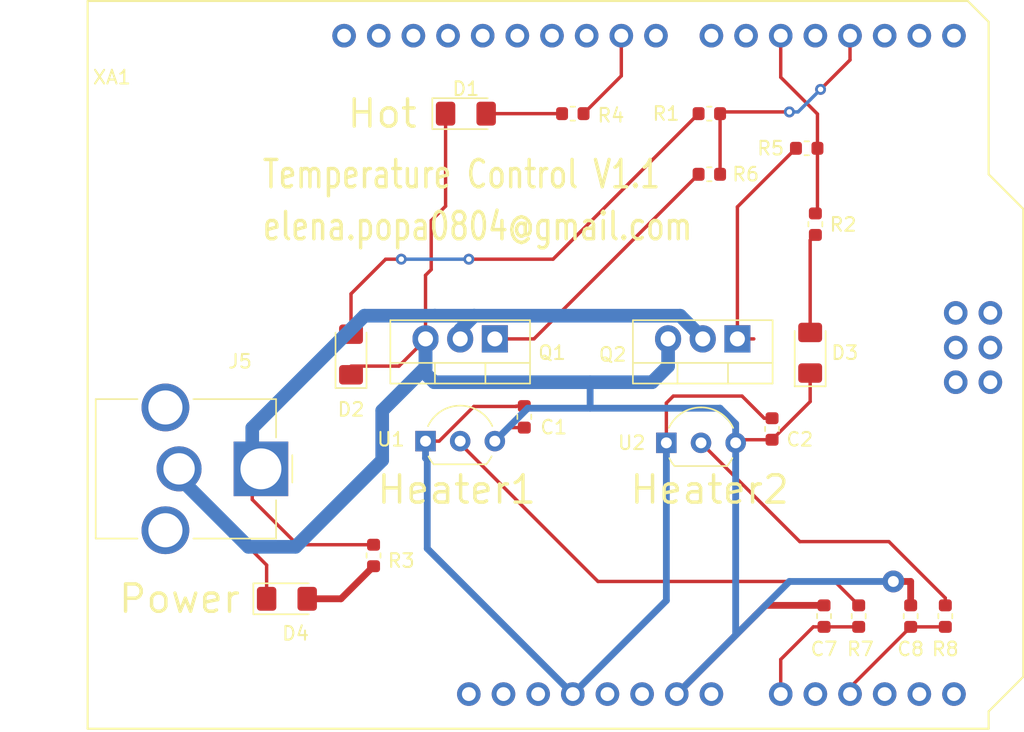
<source format=kicad_pcb>
(kicad_pcb (version 20171130) (host pcbnew "(5.1.2)-2")

  (general
    (thickness 1.6)
    (drawings 6)
    (tracks 133)
    (zones 0)
    (modules 22)
    (nets 47)
  )

  (page A4)
  (layers
    (0 F.Cu signal)
    (31 B.Cu signal)
    (32 B.Adhes user)
    (33 F.Adhes user)
    (34 B.Paste user)
    (35 F.Paste user)
    (36 B.SilkS user)
    (37 F.SilkS user)
    (38 B.Mask user)
    (39 F.Mask user)
    (40 Dwgs.User user)
    (41 Cmts.User user)
    (42 Eco1.User user)
    (43 Eco2.User user)
    (44 Edge.Cuts user)
    (45 Margin user)
    (46 B.CrtYd user)
    (47 F.CrtYd user)
    (48 B.Fab user)
    (49 F.Fab user hide)
  )

  (setup
    (last_trace_width 0.5)
    (user_trace_width 0.5)
    (user_trace_width 1)
    (trace_clearance 0.2)
    (zone_clearance 0.508)
    (zone_45_only no)
    (trace_min 0.2)
    (via_size 0.8)
    (via_drill 0.4)
    (via_min_size 0.4)
    (via_min_drill 0.3)
    (user_via 1.6 0.8)
    (uvia_size 0.3)
    (uvia_drill 0.1)
    (uvias_allowed no)
    (uvia_min_size 0.2)
    (uvia_min_drill 0.1)
    (edge_width 0.05)
    (segment_width 0.2)
    (pcb_text_width 0.3)
    (pcb_text_size 1.5 1.5)
    (mod_edge_width 0.12)
    (mod_text_size 1 1)
    (mod_text_width 0.15)
    (pad_size 1.524 1.524)
    (pad_drill 0.762)
    (pad_to_mask_clearance 0.051)
    (solder_mask_min_width 0.25)
    (aux_axis_origin 0 0)
    (visible_elements 7FFFFFFF)
    (pcbplotparams
      (layerselection 0x010fc_ffffffff)
      (usegerberextensions false)
      (usegerberattributes false)
      (usegerberadvancedattributes false)
      (creategerberjobfile false)
      (excludeedgelayer true)
      (linewidth 0.100000)
      (plotframeref false)
      (viasonmask false)
      (mode 1)
      (useauxorigin false)
      (hpglpennumber 1)
      (hpglpenspeed 20)
      (hpglpendiameter 15.000000)
      (psnegative false)
      (psa4output false)
      (plotreference true)
      (plotvalue true)
      (plotinvisibletext false)
      (padsonsilk false)
      (subtractmaskfromsilk false)
      (outputformat 1)
      (mirror false)
      (drillshape 1)
      (scaleselection 1)
      (outputdirectory ""))
  )

  (net 0 "")
  (net 1 GND)
  (net 2 "Net-(D1-Pad2)")
  (net 3 Vcc)
  (net 4 "Net-(Q1-Pad1)")
  (net 5 "Net-(Q2-Pad1)")
  (net 6 "Net-(XA1-PadRST2)")
  (net 7 "Net-(XA1-PadGND4)")
  (net 8 "Net-(XA1-PadMOSI)")
  (net 9 "Net-(XA1-PadSCK)")
  (net 10 "Net-(XA1-Pad5V2)")
  (net 11 "Net-(XA1-PadVIN)")
  (net 12 "Net-(XA1-PadGND2)")
  (net 13 "Net-(XA1-Pad5V1)")
  (net 14 "Net-(XA1-PadRST1)")
  (net 15 "Net-(XA1-PadIORF)")
  (net 16 "Net-(XA1-PadD0)")
  (net 17 "Net-(XA1-PadD1)")
  (net 18 "Net-(XA1-PadD2)")
  (net 19 "Net-(XA1-PadD4)")
  (net 20 "Net-(XA1-PadD6)")
  (net 21 "Net-(XA1-PadD7)")
  (net 22 "Net-(XA1-PadGND1)")
  (net 23 "Net-(XA1-PadD8)")
  (net 24 "Net-(XA1-PadD10)")
  (net 25 "Net-(XA1-PadSCL)")
  (net 26 "Net-(XA1-PadSDA)")
  (net 27 "Net-(XA1-PadD12)")
  (net 28 "Net-(XA1-PadD11)")
  (net 29 "Net-(XA1-PadA1)")
  (net 30 "Net-(XA1-PadA3)")
  (net 31 "Net-(XA1-PadMISO)")
  (net 32 "Net-(XA1-PadD13)")
  (net 33 "Net-(R4-Pad2)")
  (net 34 "Net-(XA1-PadAREF)")
  (net 35 "Net-(C1-Pad1)")
  (net 36 "Net-(D2-Pad2)")
  (net 37 "Net-(D3-Pad2)")
  (net 38 "Net-(D4-Pad2)")
  (net 39 "Net-(R1-Pad2)")
  (net 40 "Net-(R2-Pad2)")
  (net 41 "Net-(XA1-PadA4)")
  (net 42 "Net-(XA1-PadA5)")
  (net 43 "Net-(C7-Pad2)")
  (net 44 "Net-(C8-Pad1)")
  (net 45 "Net-(R7-Pad2)")
  (net 46 "Net-(R8-Pad1)")

  (net_class Default "This is the default net class."
    (clearance 0.2)
    (trace_width 0.25)
    (via_dia 0.8)
    (via_drill 0.4)
    (uvia_dia 0.3)
    (uvia_drill 0.1)
    (add_net GND)
    (add_net "Net-(C1-Pad1)")
    (add_net "Net-(C7-Pad2)")
    (add_net "Net-(C8-Pad1)")
    (add_net "Net-(D1-Pad2)")
    (add_net "Net-(D2-Pad2)")
    (add_net "Net-(D3-Pad2)")
    (add_net "Net-(D4-Pad2)")
    (add_net "Net-(Q1-Pad1)")
    (add_net "Net-(Q2-Pad1)")
    (add_net "Net-(R1-Pad2)")
    (add_net "Net-(R2-Pad2)")
    (add_net "Net-(R4-Pad2)")
    (add_net "Net-(R7-Pad2)")
    (add_net "Net-(R8-Pad1)")
    (add_net "Net-(XA1-Pad5V1)")
    (add_net "Net-(XA1-Pad5V2)")
    (add_net "Net-(XA1-PadA1)")
    (add_net "Net-(XA1-PadA3)")
    (add_net "Net-(XA1-PadA4)")
    (add_net "Net-(XA1-PadA5)")
    (add_net "Net-(XA1-PadAREF)")
    (add_net "Net-(XA1-PadD0)")
    (add_net "Net-(XA1-PadD1)")
    (add_net "Net-(XA1-PadD10)")
    (add_net "Net-(XA1-PadD11)")
    (add_net "Net-(XA1-PadD12)")
    (add_net "Net-(XA1-PadD13)")
    (add_net "Net-(XA1-PadD2)")
    (add_net "Net-(XA1-PadD4)")
    (add_net "Net-(XA1-PadD6)")
    (add_net "Net-(XA1-PadD7)")
    (add_net "Net-(XA1-PadD8)")
    (add_net "Net-(XA1-PadGND1)")
    (add_net "Net-(XA1-PadGND2)")
    (add_net "Net-(XA1-PadGND4)")
    (add_net "Net-(XA1-PadIORF)")
    (add_net "Net-(XA1-PadMISO)")
    (add_net "Net-(XA1-PadMOSI)")
    (add_net "Net-(XA1-PadRST1)")
    (add_net "Net-(XA1-PadRST2)")
    (add_net "Net-(XA1-PadSCK)")
    (add_net "Net-(XA1-PadSCL)")
    (add_net "Net-(XA1-PadSDA)")
    (add_net "Net-(XA1-PadVIN)")
    (add_net Vcc)
  )

  (module arduino:Arduino_Uno_Shield (layer F.Cu) (tedit 5A8605EC) (tstamp 5F28A57E)
    (at 153.67 60.96)
    (descr https://store.arduino.cc/arduino-uno-rev3)
    (path /5F3026FD)
    (fp_text reference XA1 (at 1.778 -47.752) (layer F.SilkS)
      (effects (font (size 1 1) (thickness 0.15)))
    )
    (fp_text value Arduino_Uno_Shield (at 15.494 -54.356) (layer F.Fab)
      (effects (font (size 1 1) (thickness 0.15)))
    )
    (fp_line (start 9.525 -32.385) (end -6.35 -32.385) (layer B.CrtYd) (width 0.15))
    (fp_line (start 9.525 -43.815) (end -6.35 -43.815) (layer B.CrtYd) (width 0.15))
    (fp_line (start 9.525 -43.815) (end 9.525 -32.385) (layer B.CrtYd) (width 0.15))
    (fp_line (start -6.35 -43.815) (end -6.35 -32.385) (layer B.CrtYd) (width 0.15))
    (fp_line (start 11.43 -12.065) (end 11.43 -3.175) (layer B.CrtYd) (width 0.15))
    (fp_line (start -1.905 -3.175) (end 11.43 -3.175) (layer B.CrtYd) (width 0.15))
    (fp_line (start -1.905 -12.065) (end -1.905 -3.175) (layer B.CrtYd) (width 0.15))
    (fp_line (start -1.905 -12.065) (end 11.43 -12.065) (layer B.CrtYd) (width 0.15))
    (fp_line (start 0 -53.34) (end 0 0) (layer F.SilkS) (width 0.15))
    (fp_line (start 66.04 -40.64) (end 66.04 -51.816) (layer F.SilkS) (width 0.15))
    (fp_line (start 68.58 -38.1) (end 66.04 -40.64) (layer F.SilkS) (width 0.15))
    (fp_line (start 68.58 -3.81) (end 68.58 -38.1) (layer F.SilkS) (width 0.15))
    (fp_line (start 66.04 -1.27) (end 68.58 -3.81) (layer F.SilkS) (width 0.15))
    (fp_line (start 66.04 0) (end 66.04 -1.27) (layer F.SilkS) (width 0.15))
    (fp_line (start 64.516 -53.34) (end 66.04 -51.816) (layer F.SilkS) (width 0.15))
    (fp_line (start 0 0) (end 66.04 0) (layer F.SilkS) (width 0.15))
    (fp_line (start 0 -53.34) (end 64.516 -53.34) (layer F.SilkS) (width 0.15))
    (pad RST2 thru_hole oval (at 63.627 -25.4) (size 1.7272 1.7272) (drill 1.016) (layers *.Cu *.Mask)
      (net 6 "Net-(XA1-PadRST2)"))
    (pad GND4 thru_hole oval (at 66.167 -25.4) (size 1.7272 1.7272) (drill 1.016) (layers *.Cu *.Mask)
      (net 7 "Net-(XA1-PadGND4)"))
    (pad MOSI thru_hole oval (at 66.167 -27.94) (size 1.7272 1.7272) (drill 1.016) (layers *.Cu *.Mask)
      (net 8 "Net-(XA1-PadMOSI)"))
    (pad SCK thru_hole oval (at 63.627 -27.94) (size 1.7272 1.7272) (drill 1.016) (layers *.Cu *.Mask)
      (net 9 "Net-(XA1-PadSCK)"))
    (pad 5V2 thru_hole oval (at 66.167 -30.48) (size 1.7272 1.7272) (drill 1.016) (layers *.Cu *.Mask)
      (net 10 "Net-(XA1-Pad5V2)"))
    (pad A0 thru_hole oval (at 50.8 -2.54) (size 1.7272 1.7272) (drill 1.016) (layers *.Cu *.Mask)
      (net 43 "Net-(C7-Pad2)"))
    (pad VIN thru_hole oval (at 45.72 -2.54) (size 1.7272 1.7272) (drill 1.016) (layers *.Cu *.Mask)
      (net 11 "Net-(XA1-PadVIN)"))
    (pad GND3 thru_hole oval (at 43.18 -2.54) (size 1.7272 1.7272) (drill 1.016) (layers *.Cu *.Mask)
      (net 1 GND))
    (pad GND2 thru_hole oval (at 40.64 -2.54) (size 1.7272 1.7272) (drill 1.016) (layers *.Cu *.Mask)
      (net 12 "Net-(XA1-PadGND2)"))
    (pad 5V1 thru_hole oval (at 38.1 -2.54) (size 1.7272 1.7272) (drill 1.016) (layers *.Cu *.Mask)
      (net 13 "Net-(XA1-Pad5V1)"))
    (pad 3V3 thru_hole oval (at 35.56 -2.54) (size 1.7272 1.7272) (drill 1.016) (layers *.Cu *.Mask)
      (net 35 "Net-(C1-Pad1)"))
    (pad RST1 thru_hole oval (at 33.02 -2.54) (size 1.7272 1.7272) (drill 1.016) (layers *.Cu *.Mask)
      (net 14 "Net-(XA1-PadRST1)"))
    (pad IORF thru_hole oval (at 30.48 -2.54) (size 1.7272 1.7272) (drill 1.016) (layers *.Cu *.Mask)
      (net 15 "Net-(XA1-PadIORF)"))
    (pad D0 thru_hole oval (at 63.5 -50.8) (size 1.7272 1.7272) (drill 1.016) (layers *.Cu *.Mask)
      (net 16 "Net-(XA1-PadD0)"))
    (pad D1 thru_hole oval (at 60.96 -50.8) (size 1.7272 1.7272) (drill 1.016) (layers *.Cu *.Mask)
      (net 17 "Net-(XA1-PadD1)"))
    (pad D2 thru_hole oval (at 58.42 -50.8) (size 1.7272 1.7272) (drill 1.016) (layers *.Cu *.Mask)
      (net 18 "Net-(XA1-PadD2)"))
    (pad D3 thru_hole oval (at 55.88 -50.8) (size 1.7272 1.7272) (drill 1.016) (layers *.Cu *.Mask)
      (net 39 "Net-(R1-Pad2)"))
    (pad D4 thru_hole oval (at 53.34 -50.8) (size 1.7272 1.7272) (drill 1.016) (layers *.Cu *.Mask)
      (net 19 "Net-(XA1-PadD4)"))
    (pad D5 thru_hole oval (at 50.8 -50.8) (size 1.7272 1.7272) (drill 1.016) (layers *.Cu *.Mask)
      (net 40 "Net-(R2-Pad2)"))
    (pad D6 thru_hole oval (at 48.26 -50.8) (size 1.7272 1.7272) (drill 1.016) (layers *.Cu *.Mask)
      (net 20 "Net-(XA1-PadD6)"))
    (pad D7 thru_hole oval (at 45.72 -50.8) (size 1.7272 1.7272) (drill 1.016) (layers *.Cu *.Mask)
      (net 21 "Net-(XA1-PadD7)"))
    (pad GND1 thru_hole oval (at 26.416 -50.8) (size 1.7272 1.7272) (drill 1.016) (layers *.Cu *.Mask)
      (net 22 "Net-(XA1-PadGND1)"))
    (pad D8 thru_hole oval (at 41.656 -50.8) (size 1.7272 1.7272) (drill 1.016) (layers *.Cu *.Mask)
      (net 23 "Net-(XA1-PadD8)"))
    (pad D9 thru_hole oval (at 39.116 -50.8) (size 1.7272 1.7272) (drill 1.016) (layers *.Cu *.Mask)
      (net 33 "Net-(R4-Pad2)"))
    (pad D10 thru_hole oval (at 36.576 -50.8) (size 1.7272 1.7272) (drill 1.016) (layers *.Cu *.Mask)
      (net 24 "Net-(XA1-PadD10)"))
    (pad "" np_thru_hole circle (at 66.04 -7.62) (size 3.2 3.2) (drill 3.2) (layers *.Cu *.Mask))
    (pad "" np_thru_hole circle (at 66.04 -35.56) (size 3.2 3.2) (drill 3.2) (layers *.Cu *.Mask))
    (pad "" np_thru_hole circle (at 15.24 -50.8) (size 3.2 3.2) (drill 3.2) (layers *.Cu *.Mask))
    (pad "" np_thru_hole circle (at 13.97 -2.54) (size 3.2 3.2) (drill 3.2) (layers *.Cu *.Mask))
    (pad SCL thru_hole oval (at 18.796 -50.8) (size 1.7272 1.7272) (drill 1.016) (layers *.Cu *.Mask)
      (net 25 "Net-(XA1-PadSCL)"))
    (pad SDA thru_hole oval (at 21.336 -50.8) (size 1.7272 1.7272) (drill 1.016) (layers *.Cu *.Mask)
      (net 26 "Net-(XA1-PadSDA)"))
    (pad AREF thru_hole oval (at 23.876 -50.8) (size 1.7272 1.7272) (drill 1.016) (layers *.Cu *.Mask)
      (net 34 "Net-(XA1-PadAREF)"))
    (pad D13 thru_hole oval (at 28.956 -50.8) (size 1.7272 1.7272) (drill 1.016) (layers *.Cu *.Mask)
      (net 32 "Net-(XA1-PadD13)"))
    (pad D12 thru_hole oval (at 31.496 -50.8) (size 1.7272 1.7272) (drill 1.016) (layers *.Cu *.Mask)
      (net 27 "Net-(XA1-PadD12)"))
    (pad D11 thru_hole oval (at 34.036 -50.8) (size 1.7272 1.7272) (drill 1.016) (layers *.Cu *.Mask)
      (net 28 "Net-(XA1-PadD11)"))
    (pad "" thru_hole oval (at 27.94 -2.54) (size 1.7272 1.7272) (drill 1.016) (layers *.Cu *.Mask))
    (pad A1 thru_hole oval (at 53.34 -2.54) (size 1.7272 1.7272) (drill 1.016) (layers *.Cu *.Mask)
      (net 29 "Net-(XA1-PadA1)"))
    (pad A2 thru_hole oval (at 55.88 -2.54) (size 1.7272 1.7272) (drill 1.016) (layers *.Cu *.Mask)
      (net 44 "Net-(C8-Pad1)"))
    (pad A3 thru_hole oval (at 58.42 -2.54) (size 1.7272 1.7272) (drill 1.016) (layers *.Cu *.Mask)
      (net 30 "Net-(XA1-PadA3)"))
    (pad A4 thru_hole oval (at 60.96 -2.54) (size 1.7272 1.7272) (drill 1.016) (layers *.Cu *.Mask)
      (net 41 "Net-(XA1-PadA4)"))
    (pad A5 thru_hole oval (at 63.5 -2.54) (size 1.7272 1.7272) (drill 1.016) (layers *.Cu *.Mask)
      (net 42 "Net-(XA1-PadA5)"))
    (pad MISO thru_hole oval (at 63.627 -30.48) (size 1.7272 1.7272) (drill 1.016) (layers *.Cu *.Mask)
      (net 31 "Net-(XA1-PadMISO)"))
  )

  (module Connector_BarrelJack:BarrelJack_CUI_PJ-063AH_Horizontal_CircularHoles (layer F.Cu) (tedit 5B0886B5) (tstamp 5F28A17F)
    (at 166.37 41.91 270)
    (descr "Barrel Jack, 2.0mm ID, 5.5mm OD, 24V, 8A, no switch, https://www.cui.com/product/resource/pj-063ah.pdf")
    (tags "barrel jack cui dc power")
    (path /5F27CC0B)
    (fp_text reference J5 (at -7.874 1.524 180) (layer F.SilkS)
      (effects (font (size 1 1) (thickness 0.15)))
    )
    (fp_text value Barrel_Jack_Switch (at 0 13 90) (layer F.Fab)
      (effects (font (size 1 1) (thickness 0.15)))
    )
    (fp_line (start -5 -1) (end -1 -1) (layer F.Fab) (width 0.1))
    (fp_line (start -1 -1) (end 0 0) (layer F.Fab) (width 0.1))
    (fp_line (start 0 0) (end 1 -1) (layer F.Fab) (width 0.1))
    (fp_line (start 1 -1) (end 5 -1) (layer F.Fab) (width 0.1))
    (fp_line (start 5 -1) (end 5 12) (layer F.Fab) (width 0.1))
    (fp_line (start 5 12) (end -5 12) (layer F.Fab) (width 0.1))
    (fp_line (start -5 12) (end -5 -1) (layer F.Fab) (width 0.1))
    (fp_line (start -5.11 4.95) (end -5.11 -1.11) (layer F.SilkS) (width 0.12))
    (fp_line (start -5.11 -1.11) (end -2.3 -1.11) (layer F.SilkS) (width 0.12))
    (fp_line (start 2.3 -1.11) (end 5.11 -1.11) (layer F.SilkS) (width 0.12))
    (fp_line (start 5.11 -1.11) (end 5.11 4.95) (layer F.SilkS) (width 0.12))
    (fp_line (start 5.11 9.05) (end 5.11 12.11) (layer F.SilkS) (width 0.12))
    (fp_line (start 5.11 12.11) (end -5.11 12.11) (layer F.SilkS) (width 0.12))
    (fp_line (start -5.11 12.11) (end -5.11 9.05) (layer F.SilkS) (width 0.12))
    (fp_line (start -1 -2.3) (end 1 -2.3) (layer F.SilkS) (width 0.12))
    (fp_line (start -6.75 -2.5) (end -6.75 12.5) (layer F.CrtYd) (width 0.05))
    (fp_line (start -6.75 12.5) (end 6.75 12.5) (layer F.CrtYd) (width 0.05))
    (fp_line (start 6.75 12.5) (end 6.75 -2.5) (layer F.CrtYd) (width 0.05))
    (fp_line (start 6.75 -2.5) (end -6.75 -2.5) (layer F.CrtYd) (width 0.05))
    (fp_text user %R (at 0 5.5 90) (layer F.Fab)
      (effects (font (size 1 1) (thickness 0.15)))
    )
    (pad 1 thru_hole rect (at 0 0 270) (size 4 4) (drill 3) (layers *.Cu *.Mask)
      (net 3 Vcc))
    (pad 2 thru_hole circle (at 0 6 270) (size 3.3 3.3) (drill 2.3) (layers *.Cu *.Mask)
      (net 1 GND))
    (pad MP thru_hole circle (at -4.5 7 270) (size 3.5 3.5) (drill 2.5) (layers *.Cu *.Mask))
    (pad MP thru_hole circle (at 4.5 7 270) (size 3.5 3.5) (drill 2.5) (layers *.Cu *.Mask))
    (pad "" np_thru_hole circle (at 0 9 270) (size 1.6 1.6) (drill 1.6) (layers *.Cu *.Mask))
    (model ${KISYS3DMOD}/Connector_BarrelJack.3dshapes/BarrelJack_CUI_PJ-063AH_Horizontal_CircularHoles.wrl
      (at (xyz 0 0 0))
      (scale (xyz 1 1 1))
      (rotate (xyz 0 0 0))
    )
  )

  (module Package_TO_SOT_THT:TO-220-3_Vertical (layer F.Cu) (tedit 5AC8BA0D) (tstamp 5F28A199)
    (at 201.295 32.385 180)
    (descr "TO-220-3, Vertical, RM 2.54mm, see https://www.vishay.com/docs/66542/to-220-1.pdf")
    (tags "TO-220-3 Vertical RM 2.54mm")
    (path /5F2745EE)
    (fp_text reference Q2 (at 9.144 -1.143) (layer F.SilkS)
      (effects (font (size 1 1) (thickness 0.15)))
    )
    (fp_text value TIP41C (at 5.334 2.413) (layer F.Fab)
      (effects (font (size 1 1) (thickness 0.15)))
    )
    (fp_line (start 7.79 -3.4) (end -2.71 -3.4) (layer F.CrtYd) (width 0.05))
    (fp_line (start 7.79 1.51) (end 7.79 -3.4) (layer F.CrtYd) (width 0.05))
    (fp_line (start -2.71 1.51) (end 7.79 1.51) (layer F.CrtYd) (width 0.05))
    (fp_line (start -2.71 -3.4) (end -2.71 1.51) (layer F.CrtYd) (width 0.05))
    (fp_line (start 4.391 -3.27) (end 4.391 -1.76) (layer F.SilkS) (width 0.12))
    (fp_line (start 0.69 -3.27) (end 0.69 -1.76) (layer F.SilkS) (width 0.12))
    (fp_line (start -2.58 -1.76) (end 7.66 -1.76) (layer F.SilkS) (width 0.12))
    (fp_line (start 7.66 -3.27) (end 7.66 1.371) (layer F.SilkS) (width 0.12))
    (fp_line (start -2.58 -3.27) (end -2.58 1.371) (layer F.SilkS) (width 0.12))
    (fp_line (start -2.58 1.371) (end 7.66 1.371) (layer F.SilkS) (width 0.12))
    (fp_line (start -2.58 -3.27) (end 7.66 -3.27) (layer F.SilkS) (width 0.12))
    (fp_line (start 4.39 -3.15) (end 4.39 -1.88) (layer F.Fab) (width 0.1))
    (fp_line (start 0.69 -3.15) (end 0.69 -1.88) (layer F.Fab) (width 0.1))
    (fp_line (start -2.46 -1.88) (end 7.54 -1.88) (layer F.Fab) (width 0.1))
    (fp_line (start 7.54 -3.15) (end -2.46 -3.15) (layer F.Fab) (width 0.1))
    (fp_line (start 7.54 1.25) (end 7.54 -3.15) (layer F.Fab) (width 0.1))
    (fp_line (start -2.46 1.25) (end 7.54 1.25) (layer F.Fab) (width 0.1))
    (fp_line (start -2.46 -3.15) (end -2.46 1.25) (layer F.Fab) (width 0.1))
    (fp_text user %R (at -3.175 2.413) (layer F.Fab)
      (effects (font (size 1 1) (thickness 0.15)))
    )
    (pad 3 thru_hole oval (at 5.08 0 180) (size 1.905 2) (drill 1.1) (layers *.Cu *.Mask)
      (net 1 GND))
    (pad 2 thru_hole oval (at 2.54 0 180) (size 1.905 2) (drill 1.1) (layers *.Cu *.Mask)
      (net 3 Vcc))
    (pad 1 thru_hole rect (at 0 0 180) (size 1.905 2) (drill 1.1) (layers *.Cu *.Mask)
      (net 5 "Net-(Q2-Pad1)"))
    (model ${KISYS3DMOD}/Package_TO_SOT_THT.3dshapes/TO-220-3_Vertical.wrl
      (at (xyz 0 0 0))
      (scale (xyz 1 1 1))
      (rotate (xyz 0 0 0))
    )
  )

  (module Package_TO_SOT_THT:TO-220-3_Vertical (layer F.Cu) (tedit 5AC8BA0D) (tstamp 5F28A1B3)
    (at 183.515 32.385 180)
    (descr "TO-220-3, Vertical, RM 2.54mm, see https://www.vishay.com/docs/66542/to-220-1.pdf")
    (tags "TO-220-3 Vertical RM 2.54mm")
    (path /5F275049)
    (fp_text reference Q1 (at -4.191 -1.016) (layer F.SilkS)
      (effects (font (size 1 1) (thickness 0.15)))
    )
    (fp_text value TIP41C (at 5.08 2.5) (layer F.Fab)
      (effects (font (size 1 1) (thickness 0.15)))
    )
    (fp_line (start -2.46 -3.15) (end -2.46 1.25) (layer F.Fab) (width 0.1))
    (fp_line (start -2.46 1.25) (end 7.54 1.25) (layer F.Fab) (width 0.1))
    (fp_line (start 7.54 1.25) (end 7.54 -3.15) (layer F.Fab) (width 0.1))
    (fp_line (start 7.54 -3.15) (end -2.46 -3.15) (layer F.Fab) (width 0.1))
    (fp_line (start -2.46 -1.88) (end 7.54 -1.88) (layer F.Fab) (width 0.1))
    (fp_line (start 0.69 -3.15) (end 0.69 -1.88) (layer F.Fab) (width 0.1))
    (fp_line (start 4.39 -3.15) (end 4.39 -1.88) (layer F.Fab) (width 0.1))
    (fp_line (start -2.58 -3.27) (end 7.66 -3.27) (layer F.SilkS) (width 0.12))
    (fp_line (start -2.58 1.371) (end 7.66 1.371) (layer F.SilkS) (width 0.12))
    (fp_line (start -2.58 -3.27) (end -2.58 1.371) (layer F.SilkS) (width 0.12))
    (fp_line (start 7.66 -3.27) (end 7.66 1.371) (layer F.SilkS) (width 0.12))
    (fp_line (start -2.58 -1.76) (end 7.66 -1.76) (layer F.SilkS) (width 0.12))
    (fp_line (start 0.69 -3.27) (end 0.69 -1.76) (layer F.SilkS) (width 0.12))
    (fp_line (start 4.391 -3.27) (end 4.391 -1.76) (layer F.SilkS) (width 0.12))
    (fp_line (start -2.71 -3.4) (end -2.71 1.51) (layer F.CrtYd) (width 0.05))
    (fp_line (start -2.71 1.51) (end 7.79 1.51) (layer F.CrtYd) (width 0.05))
    (fp_line (start 7.79 1.51) (end 7.79 -3.4) (layer F.CrtYd) (width 0.05))
    (fp_line (start 7.79 -3.4) (end -2.71 -3.4) (layer F.CrtYd) (width 0.05))
    (fp_text user %R (at 2.54 -4.27) (layer F.Fab)
      (effects (font (size 1 1) (thickness 0.15)))
    )
    (pad 1 thru_hole rect (at 0 0 180) (size 1.905 2) (drill 1.1) (layers *.Cu *.Mask)
      (net 4 "Net-(Q1-Pad1)"))
    (pad 2 thru_hole oval (at 2.54 0 180) (size 1.905 2) (drill 1.1) (layers *.Cu *.Mask)
      (net 3 Vcc))
    (pad 3 thru_hole oval (at 5.08 0 180) (size 1.905 2) (drill 1.1) (layers *.Cu *.Mask)
      (net 1 GND))
    (model ${KISYS3DMOD}/Package_TO_SOT_THT.3dshapes/TO-220-3_Vertical.wrl
      (at (xyz 0 0 0))
      (scale (xyz 1 1 1))
      (rotate (xyz 0 0 0))
    )
  )

  (module Resistor_SMD:R_0603_1608Metric (layer F.Cu) (tedit 5B301BBD) (tstamp 5F28A1C4)
    (at 189.23 15.875)
    (descr "Resistor SMD 0603 (1608 Metric), square (rectangular) end terminal, IPC_7351 nominal, (Body size source: http://www.tortai-tech.com/upload/download/2011102023233369053.pdf), generated with kicad-footprint-generator")
    (tags resistor)
    (path /5F288C2C)
    (attr smd)
    (fp_text reference R4 (at 2.794 0.127) (layer F.SilkS)
      (effects (font (size 1 1) (thickness 0.15)))
    )
    (fp_text value R (at 0 1.43) (layer F.Fab)
      (effects (font (size 1 1) (thickness 0.15)))
    )
    (fp_line (start 1.48 0.73) (end -1.48 0.73) (layer F.CrtYd) (width 0.05))
    (fp_line (start 1.48 -0.73) (end 1.48 0.73) (layer F.CrtYd) (width 0.05))
    (fp_line (start -1.48 -0.73) (end 1.48 -0.73) (layer F.CrtYd) (width 0.05))
    (fp_line (start -1.48 0.73) (end -1.48 -0.73) (layer F.CrtYd) (width 0.05))
    (fp_line (start -0.162779 0.51) (end 0.162779 0.51) (layer F.SilkS) (width 0.12))
    (fp_line (start -0.162779 -0.51) (end 0.162779 -0.51) (layer F.SilkS) (width 0.12))
    (fp_line (start 0.8 0.4) (end -0.8 0.4) (layer F.Fab) (width 0.1))
    (fp_line (start 0.8 -0.4) (end 0.8 0.4) (layer F.Fab) (width 0.1))
    (fp_line (start -0.8 -0.4) (end 0.8 -0.4) (layer F.Fab) (width 0.1))
    (fp_line (start -0.8 0.4) (end -0.8 -0.4) (layer F.Fab) (width 0.1))
    (fp_text user %R (at 0 0) (layer F.Fab)
      (effects (font (size 0.4 0.4) (thickness 0.06)))
    )
    (pad 2 smd roundrect (at 0.7875 0) (size 0.875 0.95) (layers F.Cu F.Paste F.Mask) (roundrect_rratio 0.25)
      (net 33 "Net-(R4-Pad2)"))
    (pad 1 smd roundrect (at -0.7875 0) (size 0.875 0.95) (layers F.Cu F.Paste F.Mask) (roundrect_rratio 0.25)
      (net 2 "Net-(D1-Pad2)"))
    (model ${KISYS3DMOD}/Resistor_SMD.3dshapes/R_0603_1608Metric.wrl
      (at (xyz 0 0 0))
      (scale (xyz 1 1 1))
      (rotate (xyz 0 0 0))
    )
  )

  (module Resistor_SMD:R_0603_1608Metric (layer F.Cu) (tedit 5B301BBD) (tstamp 5F28A1D5)
    (at 206.375 18.415 180)
    (descr "Resistor SMD 0603 (1608 Metric), square (rectangular) end terminal, IPC_7351 nominal, (Body size source: http://www.tortai-tech.com/upload/download/2011102023233369053.pdf), generated with kicad-footprint-generator")
    (tags resistor)
    (path /5F287B3F)
    (attr smd)
    (fp_text reference R5 (at 2.6415 0) (layer F.SilkS)
      (effects (font (size 1 1) (thickness 0.15)))
    )
    (fp_text value R (at 0 1.43) (layer F.Fab)
      (effects (font (size 1 1) (thickness 0.15)))
    )
    (fp_line (start -0.8 0.4) (end -0.8 -0.4) (layer F.Fab) (width 0.1))
    (fp_line (start -0.8 -0.4) (end 0.8 -0.4) (layer F.Fab) (width 0.1))
    (fp_line (start 0.8 -0.4) (end 0.8 0.4) (layer F.Fab) (width 0.1))
    (fp_line (start 0.8 0.4) (end -0.8 0.4) (layer F.Fab) (width 0.1))
    (fp_line (start -0.162779 -0.51) (end 0.162779 -0.51) (layer F.SilkS) (width 0.12))
    (fp_line (start -0.162779 0.51) (end 0.162779 0.51) (layer F.SilkS) (width 0.12))
    (fp_line (start -1.48 0.73) (end -1.48 -0.73) (layer F.CrtYd) (width 0.05))
    (fp_line (start -1.48 -0.73) (end 1.48 -0.73) (layer F.CrtYd) (width 0.05))
    (fp_line (start 1.48 -0.73) (end 1.48 0.73) (layer F.CrtYd) (width 0.05))
    (fp_line (start 1.48 0.73) (end -1.48 0.73) (layer F.CrtYd) (width 0.05))
    (fp_text user %R (at 0 0) (layer F.Fab)
      (effects (font (size 0.4 0.4) (thickness 0.06)))
    )
    (pad 1 smd roundrect (at -0.7875 0 180) (size 0.875 0.95) (layers F.Cu F.Paste F.Mask) (roundrect_rratio 0.25)
      (net 40 "Net-(R2-Pad2)"))
    (pad 2 smd roundrect (at 0.7875 0 180) (size 0.875 0.95) (layers F.Cu F.Paste F.Mask) (roundrect_rratio 0.25)
      (net 5 "Net-(Q2-Pad1)"))
    (model ${KISYS3DMOD}/Resistor_SMD.3dshapes/R_0603_1608Metric.wrl
      (at (xyz 0 0 0))
      (scale (xyz 1 1 1))
      (rotate (xyz 0 0 0))
    )
  )

  (module Resistor_SMD:R_0603_1608Metric (layer F.Cu) (tedit 5B301BBD) (tstamp 5F28A1E6)
    (at 199.2375 20.32)
    (descr "Resistor SMD 0603 (1608 Metric), square (rectangular) end terminal, IPC_7351 nominal, (Body size source: http://www.tortai-tech.com/upload/download/2011102023233369053.pdf), generated with kicad-footprint-generator")
    (tags resistor)
    (path /5F288F1F)
    (attr smd)
    (fp_text reference R6 (at 2.667 0) (layer F.SilkS)
      (effects (font (size 1 1) (thickness 0.15)))
    )
    (fp_text value R (at 0.635 1.905) (layer F.Fab)
      (effects (font (size 1 1) (thickness 0.15)))
    )
    (fp_line (start -0.8 0.4) (end -0.8 -0.4) (layer F.Fab) (width 0.1))
    (fp_line (start -0.8 -0.4) (end 0.8 -0.4) (layer F.Fab) (width 0.1))
    (fp_line (start 0.8 -0.4) (end 0.8 0.4) (layer F.Fab) (width 0.1))
    (fp_line (start 0.8 0.4) (end -0.8 0.4) (layer F.Fab) (width 0.1))
    (fp_line (start -0.162779 -0.51) (end 0.162779 -0.51) (layer F.SilkS) (width 0.12))
    (fp_line (start -0.162779 0.51) (end 0.162779 0.51) (layer F.SilkS) (width 0.12))
    (fp_line (start -1.48 0.73) (end -1.48 -0.73) (layer F.CrtYd) (width 0.05))
    (fp_line (start -1.48 -0.73) (end 1.48 -0.73) (layer F.CrtYd) (width 0.05))
    (fp_line (start 1.48 -0.73) (end 1.48 0.73) (layer F.CrtYd) (width 0.05))
    (fp_line (start 1.48 0.73) (end -1.48 0.73) (layer F.CrtYd) (width 0.05))
    (fp_text user %R (at 0 0) (layer F.Fab)
      (effects (font (size 0.4 0.4) (thickness 0.06)))
    )
    (pad 1 smd roundrect (at -0.7875 0) (size 0.875 0.95) (layers F.Cu F.Paste F.Mask) (roundrect_rratio 0.25)
      (net 4 "Net-(Q1-Pad1)"))
    (pad 2 smd roundrect (at 0.7875 0) (size 0.875 0.95) (layers F.Cu F.Paste F.Mask) (roundrect_rratio 0.25)
      (net 39 "Net-(R1-Pad2)"))
    (model ${KISYS3DMOD}/Resistor_SMD.3dshapes/R_0603_1608Metric.wrl
      (at (xyz 0 0 0))
      (scale (xyz 1 1 1))
      (rotate (xyz 0 0 0))
    )
  )

  (module Capacitor_SMD:C_0603_1608Metric (layer F.Cu) (tedit 5B301BBE) (tstamp 5F2BC5E9)
    (at 203.835 38.989 270)
    (descr "Capacitor SMD 0603 (1608 Metric), square (rectangular) end terminal, IPC_7351 nominal, (Body size source: http://www.tortai-tech.com/upload/download/2011102023233369053.pdf), generated with kicad-footprint-generator")
    (tags capacitor)
    (path /5F3BC5FB)
    (attr smd)
    (fp_text reference C2 (at 0.762 -2.032) (layer F.SilkS)
      (effects (font (size 1 1) (thickness 0.15)))
    )
    (fp_text value C (at 0 1.43 90) (layer F.Fab)
      (effects (font (size 1 1) (thickness 0.15)))
    )
    (fp_line (start -0.8 0.4) (end -0.8 -0.4) (layer F.Fab) (width 0.1))
    (fp_line (start -0.8 -0.4) (end 0.8 -0.4) (layer F.Fab) (width 0.1))
    (fp_line (start 0.8 -0.4) (end 0.8 0.4) (layer F.Fab) (width 0.1))
    (fp_line (start 0.8 0.4) (end -0.8 0.4) (layer F.Fab) (width 0.1))
    (fp_line (start -0.162779 -0.51) (end 0.162779 -0.51) (layer F.SilkS) (width 0.12))
    (fp_line (start -0.162779 0.51) (end 0.162779 0.51) (layer F.SilkS) (width 0.12))
    (fp_line (start -1.48 0.73) (end -1.48 -0.73) (layer F.CrtYd) (width 0.05))
    (fp_line (start -1.48 -0.73) (end 1.48 -0.73) (layer F.CrtYd) (width 0.05))
    (fp_line (start 1.48 -0.73) (end 1.48 0.73) (layer F.CrtYd) (width 0.05))
    (fp_line (start 1.48 0.73) (end -1.48 0.73) (layer F.CrtYd) (width 0.05))
    (fp_text user %R (at 0 0 90) (layer F.Fab)
      (effects (font (size 0.4 0.4) (thickness 0.06)))
    )
    (pad 1 smd roundrect (at -0.7875 0 270) (size 0.875 0.95) (layers F.Cu F.Paste F.Mask) (roundrect_rratio 0.25)
      (net 35 "Net-(C1-Pad1)"))
    (pad 2 smd roundrect (at 0.7875 0 270) (size 0.875 0.95) (layers F.Cu F.Paste F.Mask) (roundrect_rratio 0.25)
      (net 1 GND))
    (model ${KISYS3DMOD}/Capacitor_SMD.3dshapes/C_0603_1608Metric.wrl
      (at (xyz 0 0 0))
      (scale (xyz 1 1 1))
      (rotate (xyz 0 0 0))
    )
  )

  (module Capacitor_SMD:C_0603_1608Metric (layer F.Cu) (tedit 5B301BBE) (tstamp 5F2BC5FA)
    (at 185.674 38.1 270)
    (descr "Capacitor SMD 0603 (1608 Metric), square (rectangular) end terminal, IPC_7351 nominal, (Body size source: http://www.tortai-tech.com/upload/download/2011102023233369053.pdf), generated with kicad-footprint-generator")
    (tags capacitor)
    (path /5F3BDC76)
    (attr smd)
    (fp_text reference C1 (at 0.762 -2.159) (layer F.SilkS)
      (effects (font (size 1 1) (thickness 0.15)))
    )
    (fp_text value C (at 0 1.43 90) (layer F.Fab)
      (effects (font (size 1 1) (thickness 0.15)))
    )
    (fp_line (start 1.48 0.73) (end -1.48 0.73) (layer F.CrtYd) (width 0.05))
    (fp_line (start 1.48 -0.73) (end 1.48 0.73) (layer F.CrtYd) (width 0.05))
    (fp_line (start -1.48 -0.73) (end 1.48 -0.73) (layer F.CrtYd) (width 0.05))
    (fp_line (start -1.48 0.73) (end -1.48 -0.73) (layer F.CrtYd) (width 0.05))
    (fp_line (start -0.162779 0.51) (end 0.162779 0.51) (layer F.SilkS) (width 0.12))
    (fp_line (start -0.162779 -0.51) (end 0.162779 -0.51) (layer F.SilkS) (width 0.12))
    (fp_line (start 0.8 0.4) (end -0.8 0.4) (layer F.Fab) (width 0.1))
    (fp_line (start 0.8 -0.4) (end 0.8 0.4) (layer F.Fab) (width 0.1))
    (fp_line (start -0.8 -0.4) (end 0.8 -0.4) (layer F.Fab) (width 0.1))
    (fp_line (start -0.8 0.4) (end -0.8 -0.4) (layer F.Fab) (width 0.1))
    (fp_text user %R (at 0 0 90) (layer F.Fab)
      (effects (font (size 0.4 0.4) (thickness 0.06)))
    )
    (pad 2 smd roundrect (at 0.7875 0 270) (size 0.875 0.95) (layers F.Cu F.Paste F.Mask) (roundrect_rratio 0.25)
      (net 1 GND))
    (pad 1 smd roundrect (at -0.7875 0 270) (size 0.875 0.95) (layers F.Cu F.Paste F.Mask) (roundrect_rratio 0.25)
      (net 35 "Net-(C1-Pad1)"))
    (model ${KISYS3DMOD}/Capacitor_SMD.3dshapes/C_0603_1608Metric.wrl
      (at (xyz 0 0 0))
      (scale (xyz 1 1 1))
      (rotate (xyz 0 0 0))
    )
  )

  (module Capacitor_SMD:C_0603_1608Metric (layer F.Cu) (tedit 5B301BBE) (tstamp 5F2BC60B)
    (at 213.995 52.705 90)
    (descr "Capacitor SMD 0603 (1608 Metric), square (rectangular) end terminal, IPC_7351 nominal, (Body size source: http://www.tortai-tech.com/upload/download/2011102023233369053.pdf), generated with kicad-footprint-generator")
    (tags capacitor)
    (path /5F3CDB12)
    (attr smd)
    (fp_text reference C8 (at -2.413 0) (layer F.SilkS)
      (effects (font (size 1 1) (thickness 0.15)))
    )
    (fp_text value C (at 0 1.43 90) (layer F.Fab)
      (effects (font (size 1 1) (thickness 0.15)))
    )
    (fp_line (start 1.48 0.73) (end -1.48 0.73) (layer F.CrtYd) (width 0.05))
    (fp_line (start 1.48 -0.73) (end 1.48 0.73) (layer F.CrtYd) (width 0.05))
    (fp_line (start -1.48 -0.73) (end 1.48 -0.73) (layer F.CrtYd) (width 0.05))
    (fp_line (start -1.48 0.73) (end -1.48 -0.73) (layer F.CrtYd) (width 0.05))
    (fp_line (start -0.162779 0.51) (end 0.162779 0.51) (layer F.SilkS) (width 0.12))
    (fp_line (start -0.162779 -0.51) (end 0.162779 -0.51) (layer F.SilkS) (width 0.12))
    (fp_line (start 0.8 0.4) (end -0.8 0.4) (layer F.Fab) (width 0.1))
    (fp_line (start 0.8 -0.4) (end 0.8 0.4) (layer F.Fab) (width 0.1))
    (fp_line (start -0.8 -0.4) (end 0.8 -0.4) (layer F.Fab) (width 0.1))
    (fp_line (start -0.8 0.4) (end -0.8 -0.4) (layer F.Fab) (width 0.1))
    (fp_text user %R (at 0 0 90) (layer F.Fab)
      (effects (font (size 0.4 0.4) (thickness 0.06)))
    )
    (pad 2 smd roundrect (at 0.7875 0 90) (size 0.875 0.95) (layers F.Cu F.Paste F.Mask) (roundrect_rratio 0.25)
      (net 1 GND))
    (pad 1 smd roundrect (at -0.7875 0 90) (size 0.875 0.95) (layers F.Cu F.Paste F.Mask) (roundrect_rratio 0.25)
      (net 44 "Net-(C8-Pad1)"))
    (model ${KISYS3DMOD}/Capacitor_SMD.3dshapes/C_0603_1608Metric.wrl
      (at (xyz 0 0 0))
      (scale (xyz 1 1 1))
      (rotate (xyz 0 0 0))
    )
  )

  (module Capacitor_SMD:C_0603_1608Metric (layer F.Cu) (tedit 5B301BBE) (tstamp 5F2BC61C)
    (at 207.645 52.705 270)
    (descr "Capacitor SMD 0603 (1608 Metric), square (rectangular) end terminal, IPC_7351 nominal, (Body size source: http://www.tortai-tech.com/upload/download/2011102023233369053.pdf), generated with kicad-footprint-generator")
    (tags capacitor)
    (path /5F3CD5D1)
    (attr smd)
    (fp_text reference C7 (at 2.413 0 180) (layer F.SilkS)
      (effects (font (size 1 1) (thickness 0.15)))
    )
    (fp_text value C (at 0 1.43 90) (layer F.Fab)
      (effects (font (size 1 1) (thickness 0.15)))
    )
    (fp_line (start -0.8 0.4) (end -0.8 -0.4) (layer F.Fab) (width 0.1))
    (fp_line (start -0.8 -0.4) (end 0.8 -0.4) (layer F.Fab) (width 0.1))
    (fp_line (start 0.8 -0.4) (end 0.8 0.4) (layer F.Fab) (width 0.1))
    (fp_line (start 0.8 0.4) (end -0.8 0.4) (layer F.Fab) (width 0.1))
    (fp_line (start -0.162779 -0.51) (end 0.162779 -0.51) (layer F.SilkS) (width 0.12))
    (fp_line (start -0.162779 0.51) (end 0.162779 0.51) (layer F.SilkS) (width 0.12))
    (fp_line (start -1.48 0.73) (end -1.48 -0.73) (layer F.CrtYd) (width 0.05))
    (fp_line (start -1.48 -0.73) (end 1.48 -0.73) (layer F.CrtYd) (width 0.05))
    (fp_line (start 1.48 -0.73) (end 1.48 0.73) (layer F.CrtYd) (width 0.05))
    (fp_line (start 1.48 0.73) (end -1.48 0.73) (layer F.CrtYd) (width 0.05))
    (fp_text user %R (at 0 0 90) (layer F.Fab)
      (effects (font (size 0.4 0.4) (thickness 0.06)))
    )
    (pad 1 smd roundrect (at -0.7875 0 270) (size 0.875 0.95) (layers F.Cu F.Paste F.Mask) (roundrect_rratio 0.25)
      (net 1 GND))
    (pad 2 smd roundrect (at 0.7875 0 270) (size 0.875 0.95) (layers F.Cu F.Paste F.Mask) (roundrect_rratio 0.25)
      (net 43 "Net-(C7-Pad2)"))
    (model ${KISYS3DMOD}/Capacitor_SMD.3dshapes/C_0603_1608Metric.wrl
      (at (xyz 0 0 0))
      (scale (xyz 1 1 1))
      (rotate (xyz 0 0 0))
    )
  )

  (module Resistor_SMD:R_0603_1608Metric (layer F.Cu) (tedit 5B301BBD) (tstamp 5F2BC62D)
    (at 216.535 52.705 270)
    (descr "Resistor SMD 0603 (1608 Metric), square (rectangular) end terminal, IPC_7351 nominal, (Body size source: http://www.tortai-tech.com/upload/download/2011102023233369053.pdf), generated with kicad-footprint-generator")
    (tags resistor)
    (path /5F3B97FC)
    (attr smd)
    (fp_text reference R8 (at 2.413 0) (layer F.SilkS)
      (effects (font (size 1 1) (thickness 0.15)))
    )
    (fp_text value R (at 0 1.43 90) (layer F.Fab)
      (effects (font (size 1 1) (thickness 0.15)))
    )
    (fp_line (start -0.8 0.4) (end -0.8 -0.4) (layer F.Fab) (width 0.1))
    (fp_line (start -0.8 -0.4) (end 0.8 -0.4) (layer F.Fab) (width 0.1))
    (fp_line (start 0.8 -0.4) (end 0.8 0.4) (layer F.Fab) (width 0.1))
    (fp_line (start 0.8 0.4) (end -0.8 0.4) (layer F.Fab) (width 0.1))
    (fp_line (start -0.162779 -0.51) (end 0.162779 -0.51) (layer F.SilkS) (width 0.12))
    (fp_line (start -0.162779 0.51) (end 0.162779 0.51) (layer F.SilkS) (width 0.12))
    (fp_line (start -1.48 0.73) (end -1.48 -0.73) (layer F.CrtYd) (width 0.05))
    (fp_line (start -1.48 -0.73) (end 1.48 -0.73) (layer F.CrtYd) (width 0.05))
    (fp_line (start 1.48 -0.73) (end 1.48 0.73) (layer F.CrtYd) (width 0.05))
    (fp_line (start 1.48 0.73) (end -1.48 0.73) (layer F.CrtYd) (width 0.05))
    (fp_text user %R (at 0 0 90) (layer F.Fab)
      (effects (font (size 0.4 0.4) (thickness 0.06)))
    )
    (pad 1 smd roundrect (at -0.7875 0 270) (size 0.875 0.95) (layers F.Cu F.Paste F.Mask) (roundrect_rratio 0.25)
      (net 46 "Net-(R8-Pad1)"))
    (pad 2 smd roundrect (at 0.7875 0 270) (size 0.875 0.95) (layers F.Cu F.Paste F.Mask) (roundrect_rratio 0.25)
      (net 44 "Net-(C8-Pad1)"))
    (model ${KISYS3DMOD}/Resistor_SMD.3dshapes/R_0603_1608Metric.wrl
      (at (xyz 0 0 0))
      (scale (xyz 1 1 1))
      (rotate (xyz 0 0 0))
    )
  )

  (module Resistor_SMD:R_0603_1608Metric (layer F.Cu) (tedit 5B301BBD) (tstamp 5F2BC63E)
    (at 210.185 52.705 90)
    (descr "Resistor SMD 0603 (1608 Metric), square (rectangular) end terminal, IPC_7351 nominal, (Body size source: http://www.tortai-tech.com/upload/download/2011102023233369053.pdf), generated with kicad-footprint-generator")
    (tags resistor)
    (path /5F3B9E15)
    (attr smd)
    (fp_text reference R7 (at -2.413 0.127 180) (layer F.SilkS)
      (effects (font (size 1 1) (thickness 0.15)))
    )
    (fp_text value R (at 0 1.43 90) (layer F.Fab)
      (effects (font (size 1 1) (thickness 0.15)))
    )
    (fp_line (start 1.48 0.73) (end -1.48 0.73) (layer F.CrtYd) (width 0.05))
    (fp_line (start 1.48 -0.73) (end 1.48 0.73) (layer F.CrtYd) (width 0.05))
    (fp_line (start -1.48 -0.73) (end 1.48 -0.73) (layer F.CrtYd) (width 0.05))
    (fp_line (start -1.48 0.73) (end -1.48 -0.73) (layer F.CrtYd) (width 0.05))
    (fp_line (start -0.162779 0.51) (end 0.162779 0.51) (layer F.SilkS) (width 0.12))
    (fp_line (start -0.162779 -0.51) (end 0.162779 -0.51) (layer F.SilkS) (width 0.12))
    (fp_line (start 0.8 0.4) (end -0.8 0.4) (layer F.Fab) (width 0.1))
    (fp_line (start 0.8 -0.4) (end 0.8 0.4) (layer F.Fab) (width 0.1))
    (fp_line (start -0.8 -0.4) (end 0.8 -0.4) (layer F.Fab) (width 0.1))
    (fp_line (start -0.8 0.4) (end -0.8 -0.4) (layer F.Fab) (width 0.1))
    (fp_text user %R (at 0 0 90) (layer F.Fab)
      (effects (font (size 0.4 0.4) (thickness 0.06)))
    )
    (pad 2 smd roundrect (at 0.7875 0 90) (size 0.875 0.95) (layers F.Cu F.Paste F.Mask) (roundrect_rratio 0.25)
      (net 45 "Net-(R7-Pad2)"))
    (pad 1 smd roundrect (at -0.7875 0 90) (size 0.875 0.95) (layers F.Cu F.Paste F.Mask) (roundrect_rratio 0.25)
      (net 43 "Net-(C7-Pad2)"))
    (model ${KISYS3DMOD}/Resistor_SMD.3dshapes/R_0603_1608Metric.wrl
      (at (xyz 0 0 0))
      (scale (xyz 1 1 1))
      (rotate (xyz 0 0 0))
    )
  )

  (module Diode_SMD:D_1206_3216Metric_Pad1.42x1.75mm_HandSolder (layer F.Cu) (tedit 5B4B45C8) (tstamp 5F2C7C66)
    (at 172.974 33.528 90)
    (descr "Diode SMD 1206 (3216 Metric), square (rectangular) end terminal, IPC_7351 nominal, (Body size source: http://www.tortai-tech.com/upload/download/2011102023233369053.pdf), generated with kicad-footprint-generator")
    (tags "diode handsolder")
    (path /5F2D3A3C)
    (attr smd)
    (fp_text reference D2 (at -4.0275 0 180) (layer F.SilkS)
      (effects (font (size 1 1) (thickness 0.15)))
    )
    (fp_text value LED (at 0 1.82 90) (layer F.Fab)
      (effects (font (size 1 1) (thickness 0.15)))
    )
    (fp_line (start 2.45 1.12) (end -2.45 1.12) (layer F.CrtYd) (width 0.05))
    (fp_line (start 2.45 -1.12) (end 2.45 1.12) (layer F.CrtYd) (width 0.05))
    (fp_line (start -2.45 -1.12) (end 2.45 -1.12) (layer F.CrtYd) (width 0.05))
    (fp_line (start -2.45 1.12) (end -2.45 -1.12) (layer F.CrtYd) (width 0.05))
    (fp_line (start -2.46 1.135) (end 1.6 1.135) (layer F.SilkS) (width 0.12))
    (fp_line (start -2.46 -1.135) (end -2.46 1.135) (layer F.SilkS) (width 0.12))
    (fp_line (start 1.6 -1.135) (end -2.46 -1.135) (layer F.SilkS) (width 0.12))
    (fp_line (start 1.6 0.8) (end 1.6 -0.8) (layer F.Fab) (width 0.1))
    (fp_line (start -1.6 0.8) (end 1.6 0.8) (layer F.Fab) (width 0.1))
    (fp_line (start -1.6 -0.4) (end -1.6 0.8) (layer F.Fab) (width 0.1))
    (fp_line (start -1.2 -0.8) (end -1.6 -0.4) (layer F.Fab) (width 0.1))
    (fp_line (start 1.6 -0.8) (end -1.2 -0.8) (layer F.Fab) (width 0.1))
    (fp_text user %R (at 0 0 90) (layer F.Fab)
      (effects (font (size 0.8 0.8) (thickness 0.12)))
    )
    (pad 1 smd roundrect (at -1.4875 0 90) (size 1.425 1.75) (layers F.Cu F.Paste F.Mask) (roundrect_rratio 0.175439)
      (net 1 GND))
    (pad 2 smd roundrect (at 1.4875 0 90) (size 1.425 1.75) (layers F.Cu F.Paste F.Mask) (roundrect_rratio 0.175439)
      (net 36 "Net-(D2-Pad2)"))
    (model ${KISYS3DMOD}/Diode_SMD.3dshapes/D_1206_3216Metric.wrl
      (at (xyz 0 0 0))
      (scale (xyz 1 1 1))
      (rotate (xyz 0 0 0))
    )
  )

  (module Diode_SMD:D_1206_3216Metric_Pad1.42x1.75mm_HandSolder (layer F.Cu) (tedit 5B4B45C8) (tstamp 5F2C7C79)
    (at 206.629 33.401 90)
    (descr "Diode SMD 1206 (3216 Metric), square (rectangular) end terminal, IPC_7351 nominal, (Body size source: http://www.tortai-tech.com/upload/download/2011102023233369053.pdf), generated with kicad-footprint-generator")
    (tags "diode handsolder")
    (path /5F2FF438)
    (attr smd)
    (fp_text reference D3 (at 0 2.54 180) (layer F.SilkS)
      (effects (font (size 1 1) (thickness 0.15)))
    )
    (fp_text value LED (at 0 1.82 90) (layer F.Fab)
      (effects (font (size 1 1) (thickness 0.15)))
    )
    (fp_text user %R (at 0 0 90) (layer F.Fab)
      (effects (font (size 0.8 0.8) (thickness 0.12)))
    )
    (fp_line (start 1.6 -0.8) (end -1.2 -0.8) (layer F.Fab) (width 0.1))
    (fp_line (start -1.2 -0.8) (end -1.6 -0.4) (layer F.Fab) (width 0.1))
    (fp_line (start -1.6 -0.4) (end -1.6 0.8) (layer F.Fab) (width 0.1))
    (fp_line (start -1.6 0.8) (end 1.6 0.8) (layer F.Fab) (width 0.1))
    (fp_line (start 1.6 0.8) (end 1.6 -0.8) (layer F.Fab) (width 0.1))
    (fp_line (start 1.6 -1.135) (end -2.46 -1.135) (layer F.SilkS) (width 0.12))
    (fp_line (start -2.46 -1.135) (end -2.46 1.135) (layer F.SilkS) (width 0.12))
    (fp_line (start -2.46 1.135) (end 1.6 1.135) (layer F.SilkS) (width 0.12))
    (fp_line (start -2.45 1.12) (end -2.45 -1.12) (layer F.CrtYd) (width 0.05))
    (fp_line (start -2.45 -1.12) (end 2.45 -1.12) (layer F.CrtYd) (width 0.05))
    (fp_line (start 2.45 -1.12) (end 2.45 1.12) (layer F.CrtYd) (width 0.05))
    (fp_line (start 2.45 1.12) (end -2.45 1.12) (layer F.CrtYd) (width 0.05))
    (pad 2 smd roundrect (at 1.4875 0 90) (size 1.425 1.75) (layers F.Cu F.Paste F.Mask) (roundrect_rratio 0.175439)
      (net 37 "Net-(D3-Pad2)"))
    (pad 1 smd roundrect (at -1.4875 0 90) (size 1.425 1.75) (layers F.Cu F.Paste F.Mask) (roundrect_rratio 0.175439)
      (net 1 GND))
    (model ${KISYS3DMOD}/Diode_SMD.3dshapes/D_1206_3216Metric.wrl
      (at (xyz 0 0 0))
      (scale (xyz 1 1 1))
      (rotate (xyz 0 0 0))
    )
  )

  (module Diode_SMD:D_1206_3216Metric_Pad1.42x1.75mm_HandSolder (layer F.Cu) (tedit 5B4B45C8) (tstamp 5F2C7C8C)
    (at 168.275 51.435)
    (descr "Diode SMD 1206 (3216 Metric), square (rectangular) end terminal, IPC_7351 nominal, (Body size source: http://www.tortai-tech.com/upload/download/2011102023233369053.pdf), generated with kicad-footprint-generator")
    (tags "diode handsolder")
    (path /5F305F85)
    (attr smd)
    (fp_text reference D4 (at 0.635 2.54) (layer F.SilkS)
      (effects (font (size 1 1) (thickness 0.15)))
    )
    (fp_text value LED (at 0 1.82) (layer F.Fab)
      (effects (font (size 1 1) (thickness 0.15)))
    )
    (fp_line (start 2.45 1.12) (end -2.45 1.12) (layer F.CrtYd) (width 0.05))
    (fp_line (start 2.45 -1.12) (end 2.45 1.12) (layer F.CrtYd) (width 0.05))
    (fp_line (start -2.45 -1.12) (end 2.45 -1.12) (layer F.CrtYd) (width 0.05))
    (fp_line (start -2.45 1.12) (end -2.45 -1.12) (layer F.CrtYd) (width 0.05))
    (fp_line (start -2.46 1.135) (end 1.6 1.135) (layer F.SilkS) (width 0.12))
    (fp_line (start -2.46 -1.135) (end -2.46 1.135) (layer F.SilkS) (width 0.12))
    (fp_line (start 1.6 -1.135) (end -2.46 -1.135) (layer F.SilkS) (width 0.12))
    (fp_line (start 1.6 0.8) (end 1.6 -0.8) (layer F.Fab) (width 0.1))
    (fp_line (start -1.6 0.8) (end 1.6 0.8) (layer F.Fab) (width 0.1))
    (fp_line (start -1.6 -0.4) (end -1.6 0.8) (layer F.Fab) (width 0.1))
    (fp_line (start -1.2 -0.8) (end -1.6 -0.4) (layer F.Fab) (width 0.1))
    (fp_line (start 1.6 -0.8) (end -1.2 -0.8) (layer F.Fab) (width 0.1))
    (fp_text user %R (at 0 0) (layer F.Fab)
      (effects (font (size 0.8 0.8) (thickness 0.12)))
    )
    (pad 1 smd roundrect (at -1.4875 0) (size 1.425 1.75) (layers F.Cu F.Paste F.Mask) (roundrect_rratio 0.175439)
      (net 1 GND))
    (pad 2 smd roundrect (at 1.4875 0) (size 1.425 1.75) (layers F.Cu F.Paste F.Mask) (roundrect_rratio 0.175439)
      (net 38 "Net-(D4-Pad2)"))
    (model ${KISYS3DMOD}/Diode_SMD.3dshapes/D_1206_3216Metric.wrl
      (at (xyz 0 0 0))
      (scale (xyz 1 1 1))
      (rotate (xyz 0 0 0))
    )
  )

  (module Resistor_SMD:R_0603_1608Metric (layer F.Cu) (tedit 5B301BBD) (tstamp 5F2C7C9D)
    (at 199.2375 15.875)
    (descr "Resistor SMD 0603 (1608 Metric), square (rectangular) end terminal, IPC_7351 nominal, (Body size source: http://www.tortai-tech.com/upload/download/2011102023233369053.pdf), generated with kicad-footprint-generator")
    (tags resistor)
    (path /5F2D3A36)
    (attr smd)
    (fp_text reference R1 (at -3.175 0) (layer F.SilkS)
      (effects (font (size 1 1) (thickness 0.15)))
    )
    (fp_text value R (at 0 1.43) (layer F.Fab)
      (effects (font (size 1 1) (thickness 0.15)))
    )
    (fp_line (start 1.48 0.73) (end -1.48 0.73) (layer F.CrtYd) (width 0.05))
    (fp_line (start 1.48 -0.73) (end 1.48 0.73) (layer F.CrtYd) (width 0.05))
    (fp_line (start -1.48 -0.73) (end 1.48 -0.73) (layer F.CrtYd) (width 0.05))
    (fp_line (start -1.48 0.73) (end -1.48 -0.73) (layer F.CrtYd) (width 0.05))
    (fp_line (start -0.162779 0.51) (end 0.162779 0.51) (layer F.SilkS) (width 0.12))
    (fp_line (start -0.162779 -0.51) (end 0.162779 -0.51) (layer F.SilkS) (width 0.12))
    (fp_line (start 0.8 0.4) (end -0.8 0.4) (layer F.Fab) (width 0.1))
    (fp_line (start 0.8 -0.4) (end 0.8 0.4) (layer F.Fab) (width 0.1))
    (fp_line (start -0.8 -0.4) (end 0.8 -0.4) (layer F.Fab) (width 0.1))
    (fp_line (start -0.8 0.4) (end -0.8 -0.4) (layer F.Fab) (width 0.1))
    (fp_text user %R (at 0 0) (layer F.Fab)
      (effects (font (size 0.4 0.4) (thickness 0.06)))
    )
    (pad 1 smd roundrect (at -0.7875 0) (size 0.875 0.95) (layers F.Cu F.Paste F.Mask) (roundrect_rratio 0.25)
      (net 36 "Net-(D2-Pad2)"))
    (pad 2 smd roundrect (at 0.7875 0) (size 0.875 0.95) (layers F.Cu F.Paste F.Mask) (roundrect_rratio 0.25)
      (net 39 "Net-(R1-Pad2)"))
    (model ${KISYS3DMOD}/Resistor_SMD.3dshapes/R_0603_1608Metric.wrl
      (at (xyz 0 0 0))
      (scale (xyz 1 1 1))
      (rotate (xyz 0 0 0))
    )
  )

  (module Resistor_SMD:R_0603_1608Metric (layer F.Cu) (tedit 5B301BBD) (tstamp 5F2C7CAE)
    (at 207.01 23.9775 90)
    (descr "Resistor SMD 0603 (1608 Metric), square (rectangular) end terminal, IPC_7351 nominal, (Body size source: http://www.tortai-tech.com/upload/download/2011102023233369053.pdf), generated with kicad-footprint-generator")
    (tags resistor)
    (path /5F2FF432)
    (attr smd)
    (fp_text reference R2 (at -0.0255 2.032 180) (layer F.SilkS)
      (effects (font (size 1 1) (thickness 0.15)))
    )
    (fp_text value R (at 0 1.43 90) (layer F.Fab)
      (effects (font (size 1 1) (thickness 0.15)))
    )
    (fp_text user %R (at 0 0 90) (layer F.Fab)
      (effects (font (size 0.4 0.4) (thickness 0.06)))
    )
    (fp_line (start -0.8 0.4) (end -0.8 -0.4) (layer F.Fab) (width 0.1))
    (fp_line (start -0.8 -0.4) (end 0.8 -0.4) (layer F.Fab) (width 0.1))
    (fp_line (start 0.8 -0.4) (end 0.8 0.4) (layer F.Fab) (width 0.1))
    (fp_line (start 0.8 0.4) (end -0.8 0.4) (layer F.Fab) (width 0.1))
    (fp_line (start -0.162779 -0.51) (end 0.162779 -0.51) (layer F.SilkS) (width 0.12))
    (fp_line (start -0.162779 0.51) (end 0.162779 0.51) (layer F.SilkS) (width 0.12))
    (fp_line (start -1.48 0.73) (end -1.48 -0.73) (layer F.CrtYd) (width 0.05))
    (fp_line (start -1.48 -0.73) (end 1.48 -0.73) (layer F.CrtYd) (width 0.05))
    (fp_line (start 1.48 -0.73) (end 1.48 0.73) (layer F.CrtYd) (width 0.05))
    (fp_line (start 1.48 0.73) (end -1.48 0.73) (layer F.CrtYd) (width 0.05))
    (pad 2 smd roundrect (at 0.7875 0 90) (size 0.875 0.95) (layers F.Cu F.Paste F.Mask) (roundrect_rratio 0.25)
      (net 40 "Net-(R2-Pad2)"))
    (pad 1 smd roundrect (at -0.7875 0 90) (size 0.875 0.95) (layers F.Cu F.Paste F.Mask) (roundrect_rratio 0.25)
      (net 37 "Net-(D3-Pad2)"))
    (model ${KISYS3DMOD}/Resistor_SMD.3dshapes/R_0603_1608Metric.wrl
      (at (xyz 0 0 0))
      (scale (xyz 1 1 1))
      (rotate (xyz 0 0 0))
    )
  )

  (module Resistor_SMD:R_0603_1608Metric (layer F.Cu) (tedit 5B301BBD) (tstamp 5F2C7CBF)
    (at 174.625 48.26 90)
    (descr "Resistor SMD 0603 (1608 Metric), square (rectangular) end terminal, IPC_7351 nominal, (Body size source: http://www.tortai-tech.com/upload/download/2011102023233369053.pdf), generated with kicad-footprint-generator")
    (tags resistor)
    (path /5F305F7F)
    (attr smd)
    (fp_text reference R3 (at -0.381 2.032 180) (layer F.SilkS)
      (effects (font (size 1 1) (thickness 0.15)))
    )
    (fp_text value R (at 0 1.43 90) (layer F.Fab)
      (effects (font (size 1 1) (thickness 0.15)))
    )
    (fp_line (start 1.48 0.73) (end -1.48 0.73) (layer F.CrtYd) (width 0.05))
    (fp_line (start 1.48 -0.73) (end 1.48 0.73) (layer F.CrtYd) (width 0.05))
    (fp_line (start -1.48 -0.73) (end 1.48 -0.73) (layer F.CrtYd) (width 0.05))
    (fp_line (start -1.48 0.73) (end -1.48 -0.73) (layer F.CrtYd) (width 0.05))
    (fp_line (start -0.162779 0.51) (end 0.162779 0.51) (layer F.SilkS) (width 0.12))
    (fp_line (start -0.162779 -0.51) (end 0.162779 -0.51) (layer F.SilkS) (width 0.12))
    (fp_line (start 0.8 0.4) (end -0.8 0.4) (layer F.Fab) (width 0.1))
    (fp_line (start 0.8 -0.4) (end 0.8 0.4) (layer F.Fab) (width 0.1))
    (fp_line (start -0.8 -0.4) (end 0.8 -0.4) (layer F.Fab) (width 0.1))
    (fp_line (start -0.8 0.4) (end -0.8 -0.4) (layer F.Fab) (width 0.1))
    (fp_text user %R (at 0 0 90) (layer F.Fab)
      (effects (font (size 0.4 0.4) (thickness 0.06)))
    )
    (pad 1 smd roundrect (at -0.7875 0 90) (size 0.875 0.95) (layers F.Cu F.Paste F.Mask) (roundrect_rratio 0.25)
      (net 38 "Net-(D4-Pad2)"))
    (pad 2 smd roundrect (at 0.7875 0 90) (size 0.875 0.95) (layers F.Cu F.Paste F.Mask) (roundrect_rratio 0.25)
      (net 3 Vcc))
    (model ${KISYS3DMOD}/Resistor_SMD.3dshapes/R_0603_1608Metric.wrl
      (at (xyz 0 0 0))
      (scale (xyz 1 1 1))
      (rotate (xyz 0 0 0))
    )
  )

  (module Diode_SMD:D_1206_3216Metric_Pad1.42x1.75mm_HandSolder (layer F.Cu) (tedit 5B4B45C8) (tstamp 5F2C1EAC)
    (at 181.3925 15.875)
    (descr "Diode SMD 1206 (3216 Metric), square (rectangular) end terminal, IPC_7351 nominal, (Body size source: http://www.tortai-tech.com/upload/download/2011102023233369053.pdf), generated with kicad-footprint-generator")
    (tags "diode handsolder")
    (path /5F284CAC)
    (attr smd)
    (fp_text reference D1 (at 0 -1.82) (layer F.SilkS)
      (effects (font (size 1 1) (thickness 0.15)))
    )
    (fp_text value LED (at 0 1.82) (layer F.Fab)
      (effects (font (size 1 1) (thickness 0.15)))
    )
    (fp_line (start 1.6 -0.8) (end -1.2 -0.8) (layer F.Fab) (width 0.1))
    (fp_line (start -1.2 -0.8) (end -1.6 -0.4) (layer F.Fab) (width 0.1))
    (fp_line (start -1.6 -0.4) (end -1.6 0.8) (layer F.Fab) (width 0.1))
    (fp_line (start -1.6 0.8) (end 1.6 0.8) (layer F.Fab) (width 0.1))
    (fp_line (start 1.6 0.8) (end 1.6 -0.8) (layer F.Fab) (width 0.1))
    (fp_line (start 1.6 -1.135) (end -2.46 -1.135) (layer F.SilkS) (width 0.12))
    (fp_line (start -2.46 -1.135) (end -2.46 1.135) (layer F.SilkS) (width 0.12))
    (fp_line (start -2.46 1.135) (end 1.6 1.135) (layer F.SilkS) (width 0.12))
    (fp_line (start -2.45 1.12) (end -2.45 -1.12) (layer F.CrtYd) (width 0.05))
    (fp_line (start -2.45 -1.12) (end 2.45 -1.12) (layer F.CrtYd) (width 0.05))
    (fp_line (start 2.45 -1.12) (end 2.45 1.12) (layer F.CrtYd) (width 0.05))
    (fp_line (start 2.45 1.12) (end -2.45 1.12) (layer F.CrtYd) (width 0.05))
    (fp_text user %R (at 0 0) (layer F.Fab)
      (effects (font (size 0.8 0.8) (thickness 0.12)))
    )
    (pad 1 smd roundrect (at -1.4875 0) (size 1.425 1.75) (layers F.Cu F.Paste F.Mask) (roundrect_rratio 0.175439)
      (net 1 GND))
    (pad 2 smd roundrect (at 1.4875 0) (size 1.425 1.75) (layers F.Cu F.Paste F.Mask) (roundrect_rratio 0.175439)
      (net 2 "Net-(D1-Pad2)"))
    (model ${KISYS3DMOD}/Diode_SMD.3dshapes/D_1206_3216Metric.wrl
      (at (xyz 0 0 0))
      (scale (xyz 1 1 1))
      (rotate (xyz 0 0 0))
    )
  )

  (module Package_TO_SOT_THT:TO-92L_Inline_Wide (layer F.Cu) (tedit 5A11996A) (tstamp 5F2CC618)
    (at 178.435 39.878)
    (descr "TO-92L leads in-line (large body variant of TO-92), also known as TO-226, wide, drill 0.75mm (see https://www.diodes.com/assets/Package-Files/TO92L.pdf and http://www.ti.com/lit/an/snoa059/snoa059.pdf)")
    (tags "TO-92L Inline Wide transistor")
    (path /5F2799F6)
    (fp_text reference U1 (at -2.54 -0.127) (layer F.SilkS)
      (effects (font (size 1 1) (thickness 0.15)))
    )
    (fp_text value TMP36GT9Z (at 2.54 2.79) (layer F.Fab)
      (effects (font (size 1 1) (thickness 0.15)))
    )
    (fp_arc (start 2.54 0) (end 4.45 1.7) (angle -15.88591585) (layer F.SilkS) (width 0.12))
    (fp_arc (start 2.54 0) (end 2.54 -2.48) (angle -130.2499344) (layer F.Fab) (width 0.1))
    (fp_arc (start 2.54 0) (end 2.54 -2.48) (angle 129.9527847) (layer F.Fab) (width 0.1))
    (fp_arc (start 2.54 0) (end 2.54 -2.6) (angle 65) (layer F.SilkS) (width 0.12))
    (fp_arc (start 2.54 0) (end 2.54 -2.6) (angle -65) (layer F.SilkS) (width 0.12))
    (fp_arc (start 2.54 0) (end 0.6 1.7) (angle 15.44288892) (layer F.SilkS) (width 0.12))
    (fp_line (start 6.1 1.85) (end -1 1.85) (layer F.CrtYd) (width 0.05))
    (fp_line (start 6.1 1.85) (end 6.1 -2.75) (layer F.CrtYd) (width 0.05))
    (fp_line (start -1 -2.75) (end -1 1.85) (layer F.CrtYd) (width 0.05))
    (fp_line (start -1 -2.75) (end 6.1 -2.75) (layer F.CrtYd) (width 0.05))
    (fp_line (start 0.65 1.6) (end 4.4 1.6) (layer F.Fab) (width 0.1))
    (fp_line (start 0.6 1.7) (end 4.45 1.7) (layer F.SilkS) (width 0.12))
    (fp_text user %R (at 2.54 -3.56) (layer F.Fab)
      (effects (font (size 1 1) (thickness 0.15)))
    )
    (pad 1 thru_hole rect (at 0 0 90) (size 1.5 1.5) (drill 0.8) (layers *.Cu *.Mask)
      (net 35 "Net-(C1-Pad1)"))
    (pad 3 thru_hole circle (at 5.08 0 90) (size 1.5 1.5) (drill 0.8) (layers *.Cu *.Mask)
      (net 1 GND))
    (pad 2 thru_hole circle (at 2.54 0 90) (size 1.5 1.5) (drill 0.8) (layers *.Cu *.Mask)
      (net 45 "Net-(R7-Pad2)"))
    (model ${KISYS3DMOD}/Package_TO_SOT_THT.3dshapes/TO-92L_Inline_Wide.wrl
      (at (xyz 0 0 0))
      (scale (xyz 1 1 1))
      (rotate (xyz 0 0 0))
    )
  )

  (module Package_TO_SOT_THT:TO-92L_Inline_Wide (layer F.Cu) (tedit 5A11996A) (tstamp 5F2CC62B)
    (at 196.088 40.005)
    (descr "TO-92L leads in-line (large body variant of TO-92), also known as TO-226, wide, drill 0.75mm (see https://www.diodes.com/assets/Package-Files/TO92L.pdf and http://www.ti.com/lit/an/snoa059/snoa059.pdf)")
    (tags "TO-92L Inline Wide transistor")
    (path /5F277F17)
    (fp_text reference U2 (at -2.54 0) (layer F.SilkS)
      (effects (font (size 1 1) (thickness 0.15)))
    )
    (fp_text value TMP36GT9Z (at 2.54 2.79) (layer F.Fab)
      (effects (font (size 1 1) (thickness 0.15)))
    )
    (fp_text user %R (at 2.54 -3.56) (layer F.Fab)
      (effects (font (size 1 1) (thickness 0.15)))
    )
    (fp_line (start 0.6 1.7) (end 4.45 1.7) (layer F.SilkS) (width 0.12))
    (fp_line (start 0.65 1.6) (end 4.4 1.6) (layer F.Fab) (width 0.1))
    (fp_line (start -1 -2.75) (end 6.1 -2.75) (layer F.CrtYd) (width 0.05))
    (fp_line (start -1 -2.75) (end -1 1.85) (layer F.CrtYd) (width 0.05))
    (fp_line (start 6.1 1.85) (end 6.1 -2.75) (layer F.CrtYd) (width 0.05))
    (fp_line (start 6.1 1.85) (end -1 1.85) (layer F.CrtYd) (width 0.05))
    (fp_arc (start 2.54 0) (end 0.6 1.7) (angle 15.44288892) (layer F.SilkS) (width 0.12))
    (fp_arc (start 2.54 0) (end 2.54 -2.6) (angle -65) (layer F.SilkS) (width 0.12))
    (fp_arc (start 2.54 0) (end 2.54 -2.6) (angle 65) (layer F.SilkS) (width 0.12))
    (fp_arc (start 2.54 0) (end 2.54 -2.48) (angle 129.9527847) (layer F.Fab) (width 0.1))
    (fp_arc (start 2.54 0) (end 2.54 -2.48) (angle -130.2499344) (layer F.Fab) (width 0.1))
    (fp_arc (start 2.54 0) (end 4.45 1.7) (angle -15.88591585) (layer F.SilkS) (width 0.12))
    (pad 2 thru_hole circle (at 2.54 0 90) (size 1.5 1.5) (drill 0.8) (layers *.Cu *.Mask)
      (net 46 "Net-(R8-Pad1)"))
    (pad 3 thru_hole circle (at 5.08 0 90) (size 1.5 1.5) (drill 0.8) (layers *.Cu *.Mask)
      (net 1 GND))
    (pad 1 thru_hole rect (at 0 0 90) (size 1.5 1.5) (drill 0.8) (layers *.Cu *.Mask)
      (net 35 "Net-(C1-Pad1)"))
    (model ${KISYS3DMOD}/Package_TO_SOT_THT.3dshapes/TO-92L_Inline_Wide.wrl
      (at (xyz 0 0 0))
      (scale (xyz 1 1 1))
      (rotate (xyz 0 0 0))
    )
  )

  (gr_text elena.popa0804@gmail.com (at 166.37 24.13) (layer F.SilkS) (tstamp 5F2CC1B3)
    (effects (font (size 2 1.5) (thickness 0.25)) (justify left))
  )
  (gr_text "Temperature Control V1.1" (at 166.37 20.32) (layer F.SilkS) (tstamp 5F2CC1B3)
    (effects (font (size 2 1.5) (thickness 0.25)) (justify left))
  )
  (gr_text Heater2 (at 199.263 43.434) (layer F.SilkS) (tstamp 5F2CBA15)
    (effects (font (size 2 2) (thickness 0.25)))
  )
  (gr_text Hot (at 175.26 15.875) (layer F.SilkS) (tstamp 5F2CAF42)
    (effects (font (size 2 2) (thickness 0.25)))
  )
  (gr_text Heater1 (at 180.721 43.434) (layer F.SilkS) (tstamp 5F2C8492)
    (effects (font (size 2 2) (thickness 0.25)))
  )
  (gr_text Power (at 160.401 51.435) (layer F.SilkS)
    (effects (font (size 2 2) (thickness 0.25)))
  )

  (segment (start 178.435 32.4325) (end 178.435 32.385) (width 1) (layer B.Cu) (net 1))
  (segment (start 196.215 32.385) (end 196.215 32.4325) (width 1) (layer B.Cu) (net 1))
  (segment (start 207.645 51.9175) (end 203.3525 51.9175) (width 0.5) (layer F.Cu) (net 1))
  (segment (start 183.515 39.5225) (end 183.5075 39.515) (width 0.25) (layer F.Cu) (net 1))
  (segment (start 199.39 55.88) (end 196.85 58.42) (width 0.25) (layer B.Cu) (net 1))
  (segment (start 212.725 50.165) (end 212.725 50.165) (width 0.25) (layer B.Cu) (net 1) (tstamp 5F2BEC96))
  (via (at 212.725 50.165) (size 1.6) (drill 0.8) (layers F.Cu B.Cu) (net 1))
  (segment (start 212.725 50.165) (end 213.995 50.165) (width 0.5) (layer F.Cu) (net 1))
  (segment (start 213.995 50.165) (end 213.995 51.9175) (width 0.5) (layer F.Cu) (net 1))
  (segment (start 203.3525 51.9175) (end 202.565 52.705) (width 0.5) (layer F.Cu) (net 1))
  (segment (start 202.7175 52.5525) (end 202.565 52.705) (width 0.5) (layer F.Cu) (net 1))
  (segment (start 202.565 52.705) (end 196.85 58.42) (width 0.5) (layer F.Cu) (net 1))
  (segment (start 205.105 50.165) (end 212.725 50.165) (width 0.5) (layer B.Cu) (net 1))
  (segment (start 178.435 34.925) (end 178.435 32.385) (width 1) (layer B.Cu) (net 1))
  (segment (start 179.07 35.56) (end 178.435 34.925) (width 1) (layer B.Cu) (net 1))
  (segment (start 196.215 32.385) (end 196.215 34.385) (width 1) (layer B.Cu) (net 1))
  (segment (start 196.215 34.385) (end 195.04 35.56) (width 1) (layer B.Cu) (net 1))
  (segment (start 190.5 37.465) (end 190.5 35.56) (width 0.5) (layer B.Cu) (net 1))
  (segment (start 195.04 35.56) (end 190.5 35.56) (width 1) (layer B.Cu) (net 1))
  (segment (start 190.5 35.56) (end 179.07 35.56) (width 1) (layer B.Cu) (net 1))
  (segment (start 178.435 27.7225) (end 178.8525 27.305) (width 0.25) (layer F.Cu) (net 1))
  (segment (start 178.435 32.385) (end 178.435 27.7225) (width 0.25) (layer F.Cu) (net 1))
  (segment (start 178.435 34.470002) (end 175.26 37.645002) (width 1) (layer B.Cu) (net 1))
  (segment (start 178.435 32.385) (end 178.435 34.470002) (width 1) (layer B.Cu) (net 1))
  (segment (start 175.26 37.645002) (end 175.26 41.275) (width 1) (layer B.Cu) (net 1))
  (segment (start 175.26 41.275) (end 168.91 47.625) (width 1) (layer B.Cu) (net 1))
  (segment (start 165.45 47.625) (end 159.735 41.91) (width 1) (layer B.Cu) (net 1))
  (segment (start 168.91 47.625) (end 165.45 47.625) (width 1) (layer B.Cu) (net 1))
  (segment (start 166.7875 48.9625) (end 159.735 41.91) (width 0.25) (layer F.Cu) (net 1))
  (segment (start 166.7875 51.435) (end 166.7875 48.9625) (width 0.25) (layer F.Cu) (net 1))
  (segment (start 179.905 15.875) (end 179.905 22.66) (width 0.25) (layer F.Cu) (net 1))
  (segment (start 178.8525 23.7125) (end 178.8525 27.305) (width 0.25) (layer F.Cu) (net 1))
  (segment (start 179.905 22.66) (end 178.8525 23.7125) (width 0.25) (layer F.Cu) (net 1))
  (segment (start 178.435 32.4325) (end 178.435 32.385) (width 0.25) (layer F.Cu) (net 1))
  (segment (start 176.487 34.3805) (end 178.435 32.4325) (width 0.25) (layer F.Cu) (net 1))
  (segment (start 172.974 34.3805) (end 176.487 34.3805) (width 0.25) (layer F.Cu) (net 1))
  (segment (start 206.629 36.9825) (end 203.835 39.7765) (width 0.25) (layer F.Cu) (net 1))
  (segment (start 206.629 34.8885) (end 206.629 36.9825) (width 0.25) (layer F.Cu) (net 1))
  (segment (start 201.3965 39.7765) (end 201.168 40.005) (width 0.25) (layer F.Cu) (net 1))
  (segment (start 203.835 39.7765) (end 201.3965 39.7765) (width 0.25) (layer F.Cu) (net 1))
  (segment (start 201.168 38.608) (end 201.168 40.005) (width 0.5) (layer B.Cu) (net 1))
  (segment (start 190.5 37.465) (end 200.025 37.465) (width 0.5) (layer B.Cu) (net 1))
  (segment (start 200.025 37.465) (end 201.168 38.608) (width 0.5) (layer B.Cu) (net 1))
  (segment (start 185.928 37.465) (end 183.515 39.878) (width 0.5) (layer B.Cu) (net 1))
  (segment (start 190.5 37.465) (end 185.928 37.465) (width 0.5) (layer B.Cu) (net 1))
  (segment (start 184.5055 38.8875) (end 183.515 39.878) (width 0.25) (layer F.Cu) (net 1))
  (segment (start 185.674 38.8875) (end 184.5055 38.8875) (width 0.25) (layer F.Cu) (net 1))
  (segment (start 201.168 54.102) (end 201.041 54.229) (width 0.25) (layer B.Cu) (net 1))
  (segment (start 201.168 40.005) (end 201.168 54.102) (width 0.5) (layer B.Cu) (net 1))
  (segment (start 196.85 58.42) (end 201.041 54.229) (width 0.5) (layer B.Cu) (net 1))
  (segment (start 201.041 54.229) (end 205.105 50.165) (width 0.5) (layer B.Cu) (net 1))
  (segment (start 188.4425 15.875) (end 182.88 15.875) (width 0.25) (layer F.Cu) (net 2))
  (segment (start 180.975 32.4325) (end 180.975 32.385) (width 0.25) (layer B.Cu) (net 3))
  (segment (start 180.975 32.3375) (end 180.975 32.385) (width 0.25) (layer B.Cu) (net 3))
  (segment (start 180.975 31.712498) (end 180.975 32.385) (width 1) (layer B.Cu) (net 3))
  (segment (start 182.002499 30.684999) (end 180.975 31.712498) (width 1) (layer B.Cu) (net 3))
  (segment (start 197.102499 30.684999) (end 182.002499 30.684999) (width 1) (layer B.Cu) (net 3))
  (segment (start 198.755 32.3375) (end 197.102499 30.684999) (width 1) (layer B.Cu) (net 3))
  (segment (start 198.755 32.385) (end 198.755 32.3375) (width 1) (layer B.Cu) (net 3))
  (segment (start 165.735 38.91) (end 165.735 41.91) (width 1) (layer B.Cu) (net 3))
  (segment (start 173.96001 30.68499) (end 165.735 38.91) (width 1) (layer B.Cu) (net 3))
  (segment (start 179.119492 30.68499) (end 173.96001 30.68499) (width 1) (layer B.Cu) (net 3))
  (segment (start 179.119501 30.684999) (end 179.119492 30.68499) (width 1) (layer B.Cu) (net 3))
  (segment (start 182.002499 30.684999) (end 179.119501 30.684999) (width 1) (layer B.Cu) (net 3))
  (segment (start 165.735 44.16) (end 165.735 41.91) (width 0.25) (layer F.Cu) (net 3))
  (segment (start 169.0475 47.4725) (end 165.735 44.16) (width 0.25) (layer F.Cu) (net 3))
  (segment (start 174.625 47.4725) (end 169.0475 47.4725) (width 0.25) (layer F.Cu) (net 3))
  (segment (start 202.4975 32.385) (end 201.295 32.385) (width 0.25) (layer F.Cu) (net 5))
  (segment (start 201.295 22.7075) (end 205.5875 18.415) (width 0.25) (layer F.Cu) (net 5))
  (segment (start 201.295 32.385) (end 201.295 22.7075) (width 0.25) (layer F.Cu) (net 5))
  (segment (start 186.385 32.385) (end 198.45 20.32) (width 0.25) (layer F.Cu) (net 4))
  (segment (start 183.515 32.385) (end 186.385 32.385) (width 0.25) (layer F.Cu) (net 4))
  (segment (start 208.4325 50.165) (end 210.185 51.9175) (width 0.25) (layer F.Cu) (net 45))
  (segment (start 191.075 50.165) (end 208.4325 50.165) (width 0.25) (layer F.Cu) (net 45))
  (segment (start 180.975 39.515) (end 180.975 40.065) (width 0.25) (layer F.Cu) (net 45))
  (segment (start 180.975 40.065) (end 191.075 50.165) (width 0.25) (layer F.Cu) (net 45))
  (segment (start 210.185 53.4925) (end 207.645 53.4925) (width 0.25) (layer F.Cu) (net 43))
  (segment (start 216.535 53.4925) (end 213.995 53.4925) (width 0.25) (layer F.Cu) (net 44))
  (segment (start 192.5575 10.3885) (end 192.786 10.16) (width 0.25) (layer F.Cu) (net 33))
  (segment (start 192.786 13.1065) (end 190.0175 15.875) (width 0.25) (layer F.Cu) (net 33))
  (segment (start 192.786 10.16) (end 192.786 13.1065) (width 0.25) (layer F.Cu) (net 33))
  (segment (start 196.088 37.084) (end 196.088 40.005) (width 0.25) (layer F.Cu) (net 35))
  (segment (start 196.596 36.576) (end 196.088 37.084) (width 0.25) (layer F.Cu) (net 35))
  (segment (start 201.6345 36.576) (end 196.596 36.576) (width 0.25) (layer F.Cu) (net 35))
  (segment (start 203.835 38.2015) (end 203.26 38.2015) (width 0.25) (layer F.Cu) (net 35))
  (segment (start 203.26 38.2015) (end 201.6345 36.576) (width 0.25) (layer F.Cu) (net 35))
  (segment (start 196.088 51.562) (end 196.088 40.005) (width 0.5) (layer B.Cu) (net 35))
  (segment (start 189.23 58.42) (end 196.088 51.562) (width 0.5) (layer B.Cu) (net 35))
  (segment (start 178.435 41.128) (end 178.562 41.255) (width 0.5) (layer B.Cu) (net 35))
  (segment (start 178.435 39.878) (end 178.435 41.128) (width 0.5) (layer B.Cu) (net 35))
  (segment (start 178.562 47.752) (end 189.23 58.42) (width 0.5) (layer B.Cu) (net 35))
  (segment (start 178.562 41.255) (end 178.562 47.752) (width 0.5) (layer B.Cu) (net 35))
  (segment (start 185.099 37.3125) (end 185.0735 37.338) (width 0.25) (layer F.Cu) (net 35))
  (segment (start 185.674 37.3125) (end 185.099 37.3125) (width 0.25) (layer F.Cu) (net 35))
  (segment (start 179.435 39.878) (end 178.435 39.878) (width 0.25) (layer F.Cu) (net 35))
  (segment (start 181.975 37.338) (end 179.435 39.878) (width 0.25) (layer F.Cu) (net 35))
  (segment (start 185.0735 37.338) (end 181.975 37.338) (width 0.25) (layer F.Cu) (net 35))
  (segment (start 172.974 32.0405) (end 172.974 29.083) (width 0.25) (layer F.Cu) (net 36))
  (via (at 176.657 26.543) (size 0.8) (drill 0.4) (layers F.Cu B.Cu) (net 36))
  (segment (start 172.974 29.083) (end 175.514 26.543) (width 0.25) (layer F.Cu) (net 36))
  (segment (start 175.514 26.543) (end 176.657 26.543) (width 0.25) (layer F.Cu) (net 36))
  (via (at 181.61 26.543) (size 0.8) (drill 0.4) (layers F.Cu B.Cu) (net 36))
  (segment (start 176.657 26.543) (end 181.61 26.543) (width 0.25) (layer B.Cu) (net 36))
  (segment (start 187.782 26.543) (end 198.45 15.875) (width 0.25) (layer F.Cu) (net 36))
  (segment (start 181.61 26.543) (end 187.782 26.543) (width 0.25) (layer F.Cu) (net 36))
  (segment (start 207.01 31.5325) (end 206.629 31.9135) (width 0.25) (layer F.Cu) (net 37))
  (segment (start 206.629 25.146) (end 207.01 24.765) (width 0.25) (layer F.Cu) (net 37))
  (segment (start 206.629 31.9135) (end 206.629 25.146) (width 0.25) (layer F.Cu) (net 37))
  (segment (start 172.2375 51.435) (end 174.625 49.0475) (width 0.5) (layer F.Cu) (net 38))
  (segment (start 169.7625 51.435) (end 172.2375 51.435) (width 0.5) (layer F.Cu) (net 38))
  (segment (start 200.025 20.32) (end 200.025 15.875) (width 0.25) (layer F.Cu) (net 39))
  (via (at 207.391 14.097) (size 0.8) (drill 0.4) (layers F.Cu B.Cu) (net 39))
  (segment (start 209.55 10.16) (end 209.55 11.938) (width 0.25) (layer F.Cu) (net 39))
  (segment (start 209.55 11.938) (end 207.391 14.097) (width 0.25) (layer F.Cu) (net 39))
  (via (at 205.105 15.748) (size 0.8) (drill 0.4) (layers F.Cu B.Cu) (net 39))
  (segment (start 207.391 14.097) (end 205.74 15.748) (width 0.25) (layer B.Cu) (net 39))
  (segment (start 205.74 15.748) (end 205.105 15.748) (width 0.25) (layer B.Cu) (net 39))
  (segment (start 200.152 15.748) (end 200.025 15.875) (width 0.25) (layer F.Cu) (net 39))
  (segment (start 205.105 15.748) (end 200.152 15.748) (width 0.25) (layer F.Cu) (net 39))
  (segment (start 207.1625 23.0375) (end 207.01 23.19) (width 0.25) (layer F.Cu) (net 40))
  (segment (start 207.1625 18.415) (end 207.1625 23.0375) (width 0.25) (layer F.Cu) (net 40))
  (segment (start 207.1625 15.9005) (end 207.1625 18.415) (width 0.25) (layer F.Cu) (net 40))
  (segment (start 204.47 10.16) (end 204.47 13.208) (width 0.25) (layer F.Cu) (net 40))
  (segment (start 204.47 13.208) (end 207.1625 15.9005) (width 0.25) (layer F.Cu) (net 40))
  (segment (start 207.645 53.4925) (end 206.8575 53.4925) (width 0.25) (layer F.Cu) (net 43))
  (segment (start 204.47 55.88) (end 204.47 58.42) (width 0.25) (layer F.Cu) (net 43))
  (segment (start 206.8575 53.4925) (end 204.47 55.88) (width 0.25) (layer F.Cu) (net 43))
  (segment (start 209.55 57.9375) (end 209.55 58.42) (width 0.25) (layer F.Cu) (net 44))
  (segment (start 213.995 53.4925) (end 209.55 57.9375) (width 0.25) (layer F.Cu) (net 44))
  (segment (start 198.628 40.005) (end 205.867 47.244) (width 0.25) (layer F.Cu) (net 46))
  (segment (start 216.535 51.38) (end 216.535 51.9175) (width 0.25) (layer F.Cu) (net 46))
  (segment (start 212.399 47.244) (end 216.535 51.38) (width 0.25) (layer F.Cu) (net 46))
  (segment (start 205.867 47.244) (end 212.399 47.244) (width 0.25) (layer F.Cu) (net 46))

)

</source>
